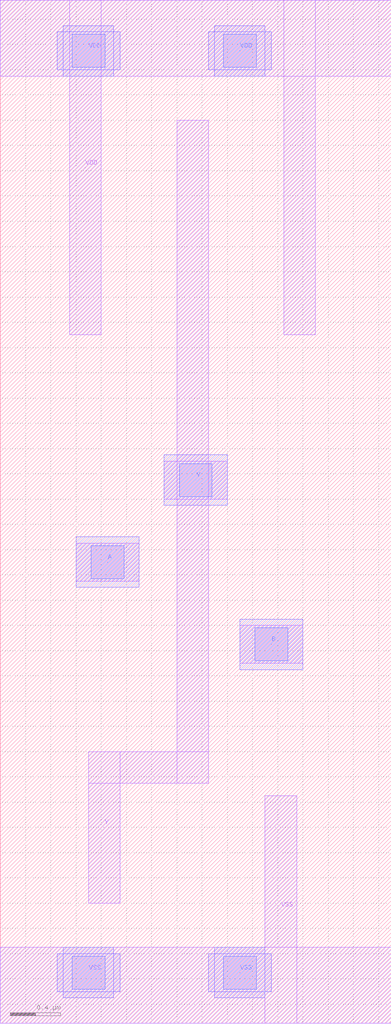
<source format=lef>
# Copyright 2022 Google LLC
# Licensed under the Apache License, Version 2.0 (the "License");
# you may not use this file except in compliance with the License.
# You may obtain a copy of the License at
#
#      http://www.apache.org/licenses/LICENSE-2.0
#
# Unless required by applicable law or agreed to in writing, software
# distributed under the License is distributed on an "AS IS" BASIS,
# WITHOUT WARRANTIES OR CONDITIONS OF ANY KIND, either express or implied.
# See the License for the specific language governing permissions and
# limitations under the License.
VERSION 5.7 ;
BUSBITCHARS "[]" ;
DIVIDERCHAR "/" ;

MACRO gf180mcu_osu_sc_12T_nand2_1
  CLASS CORE ;
  ORIGIN 0 0.15 ;
  FOREIGN gf180mcu_osu_sc_12T_nand2_1 0 -0.15 ;
  SIZE 3.1 BY 8.1 ;
  SYMMETRY X Y ;
  SITE GF018hv5v_mcu_sc7 ;
  PIN A
    DIRECTION INPUT ;
    USE SIGNAL ;
    PORT
      LAYER MET1 ;
        RECT 0.6 3.35 1.1 3.65 ;
      LAYER MET2 ;
        RECT 0.6 3.3 1.1 3.7 ;
      LAYER VIA12 ;
        RECT 0.72 3.37 0.98 3.63 ;
    END
  END A
  PIN B
    DIRECTION INPUT ;
    USE SIGNAL ;
    PORT
      LAYER MET1 ;
        RECT 1.9 2.7 2.4 3 ;
      LAYER MET2 ;
        RECT 1.9 2.65 2.4 3.05 ;
      LAYER VIA12 ;
        RECT 2.02 2.72 2.28 2.98 ;
    END
  END B
  PIN VDD
    DIRECTION INOUT ;
    USE POWER ;
    SHAPE ABUTMENT ;
    PORT
      LAYER MET1 ;
        RECT 0 7.35 3.1 7.95 ;
        RECT 2.25 5.3 2.5 7.95 ;
        RECT 0.55 5.3 0.8 7.95 ;
      LAYER MET2 ;
        RECT 1.65 7.4 2.15 7.7 ;
        RECT 1.7 7.35 2.1 7.75 ;
        RECT 0.45 7.4 0.95 7.7 ;
        RECT 0.5 7.35 0.9 7.75 ;
      LAYER VIA12 ;
        RECT 0.57 7.42 0.83 7.68 ;
        RECT 1.77 7.42 2.03 7.68 ;
    END
  END VDD
  PIN VSS
    DIRECTION INOUT ;
    USE GROUND ;
    PORT
      LAYER MET1 ;
        RECT 0 -0.15 3.1 0.45 ;
        RECT 2.1 -0.15 2.35 1.65 ;
      LAYER MET2 ;
        RECT 1.65 0.1 2.15 0.4 ;
        RECT 1.7 0.05 2.1 0.45 ;
        RECT 0.45 0.1 0.95 0.4 ;
        RECT 0.5 0.05 0.9 0.45 ;
      LAYER VIA12 ;
        RECT 0.57 0.12 0.83 0.38 ;
        RECT 1.77 0.12 2.03 0.38 ;
    END
  END VSS
  PIN Y
    DIRECTION OUTPUT ;
    USE SIGNAL ;
    PORT
      LAYER MET1 ;
        RECT 1.3 4 1.8 4.3 ;
        RECT 1.4 1.75 1.65 7 ;
        RECT 0.7 1.75 1.65 2 ;
        RECT 0.7 0.8 0.95 2 ;
      LAYER MET2 ;
        RECT 1.3 3.95 1.8 4.35 ;
      LAYER VIA12 ;
        RECT 1.42 4.02 1.68 4.28 ;
    END
  END Y
END gf180mcu_osu_sc_12T_nand2_1

</source>
